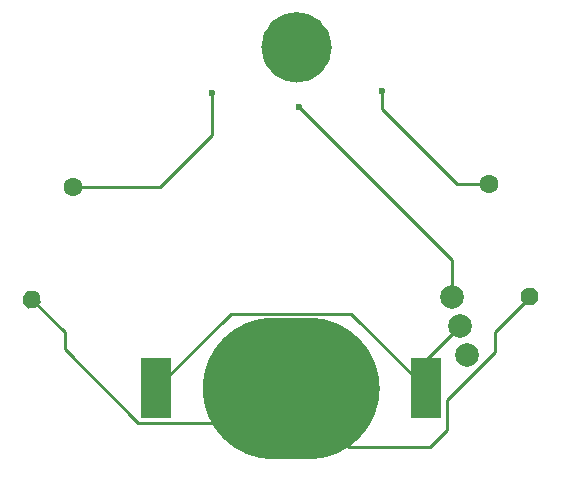
<source format=gbr>
%TF.GenerationSoftware,KiCad,Pcbnew,5.1.10*%
%TF.CreationDate,2021-09-11T14:13:10+02:00*%
%TF.ProjectId,seegeist,73656567-6569-4737-942e-6b696361645f,rev?*%
%TF.SameCoordinates,Original*%
%TF.FileFunction,Copper,L2,Bot*%
%TF.FilePolarity,Positive*%
%FSLAX46Y46*%
G04 Gerber Fmt 4.6, Leading zero omitted, Abs format (unit mm)*
G04 Created by KiCad (PCBNEW 5.1.10) date 2021-09-11 14:13:10*
%MOMM*%
%LPD*%
G01*
G04 APERTURE LIST*
%TA.AperFunction,EtchedComponent*%
%ADD10C,3.000000*%
%TD*%
%TA.AperFunction,SMDPad,CuDef*%
%ADD11R,2.500000X5.200000*%
%TD*%
%TA.AperFunction,ComponentPad*%
%ADD12C,1.600000*%
%TD*%
%TA.AperFunction,ComponentPad*%
%ADD13C,2.000000*%
%TD*%
%TA.AperFunction,ViaPad*%
%ADD14C,0.600000*%
%TD*%
%TA.AperFunction,Conductor*%
%ADD15C,0.250000*%
%TD*%
G04 APERTURE END LIST*
D10*
%TO.C,*%
X47118400Y-28368000D02*
G75*
G03*
X47118400Y-28368000I-1500000J0D01*
G01*
%TD*%
D11*
%TO.P,BT1,1*%
%TO.N,Net-(BT1-Pad1)*%
X56591200Y-57251600D03*
%TO.P,BT1,2*%
%TO.N,Net-(BT1-Pad2)*%
%TA.AperFunction,SMDPad,CuDef*%
G36*
G01*
X52661200Y-57251600D02*
X52661200Y-57251600D01*
G75*
G02*
X46661200Y-63251600I-6000000J0D01*
G01*
X43661200Y-63251600D01*
G75*
G02*
X37661200Y-57251600I0J6000000D01*
G01*
X37661200Y-57251600D01*
G75*
G02*
X43661200Y-51251600I6000000J0D01*
G01*
X46661200Y-51251600D01*
G75*
G02*
X52661200Y-57251600I0J-6000000D01*
G01*
G37*
%TD.AperFunction*%
%TO.P,BT1,3*%
%TO.N,Net-(BT1-Pad1)*%
X33731200Y-57251600D03*
%TD*%
D12*
%TO.P,R1,1*%
%TO.N,Net-(D1-Pad1)*%
X26670000Y-40182800D03*
%TO.P,R1,2*%
%TO.N,Net-(BT1-Pad2)*%
%TA.AperFunction,ComponentPad*%
G36*
G01*
X23468691Y-48978323D02*
X23468691Y-48978323D01*
G75*
G02*
X23946829Y-50003693I-273616J-751754D01*
G01*
X23946829Y-50003693D01*
G75*
G02*
X22921459Y-50481831I-751754J273616D01*
G01*
X22921459Y-50481831D01*
G75*
G02*
X22443321Y-49456461I273616J751754D01*
G01*
X22443321Y-49456461D01*
G75*
G02*
X23468691Y-48978323I751754J-273616D01*
G01*
G37*
%TD.AperFunction*%
%TD*%
%TO.P,R2,2*%
%TO.N,Net-(BT1-Pad2)*%
%TA.AperFunction,ComponentPad*%
G36*
G01*
X65075709Y-48724323D02*
X65075709Y-48724323D01*
G75*
G02*
X66101079Y-49202461I273616J-751754D01*
G01*
X66101079Y-49202461D01*
G75*
G02*
X65622941Y-50227831I-751754J-273616D01*
G01*
X65622941Y-50227831D01*
G75*
G02*
X64597571Y-49749693I-273616J751754D01*
G01*
X64597571Y-49749693D01*
G75*
G02*
X65075709Y-48724323I751754J273616D01*
G01*
G37*
%TD.AperFunction*%
%TO.P,R2,1*%
%TO.N,Net-(D2-Pad1)*%
X61874400Y-39928800D03*
%TD*%
D13*
%TO.P,SW1,3*%
%TO.N,Net-(SW1-Pad3)*%
X60090401Y-54436903D03*
%TO.P,SW1,2*%
%TO.N,Net-(BT1-Pad1)*%
X59433000Y-51983452D03*
%TO.P,SW1,1*%
%TO.N,Net-(D1-Pad2)*%
X58775600Y-49530000D03*
%TD*%
D14*
%TO.N,Net-(D1-Pad2)*%
X45821600Y-33426400D03*
%TO.N,Net-(D1-Pad1)*%
X38455600Y-32258000D03*
%TO.N,Net-(D2-Pad1)*%
X52882800Y-32054800D03*
%TD*%
D15*
%TO.N,Net-(BT1-Pad1)*%
X56591200Y-54825252D02*
X59433000Y-51983452D01*
X56591200Y-57251600D02*
X56591200Y-54825252D01*
X50266189Y-50926589D02*
X56591200Y-57251600D01*
X40056211Y-50926589D02*
X50266189Y-50926589D01*
X33731200Y-57251600D02*
X40056211Y-50926589D01*
%TO.N,Net-(BT1-Pad2)*%
X42236199Y-60176601D02*
X45161200Y-57251600D01*
X32221199Y-60176601D02*
X42236199Y-60176601D01*
X25973513Y-53928915D02*
X32221199Y-60176601D01*
X25973513Y-52508515D02*
X25973513Y-53928915D01*
X23195075Y-49730077D02*
X25973513Y-52508515D01*
X62383138Y-52442264D02*
X65349325Y-49476077D01*
X58369890Y-60736134D02*
X58369890Y-58199805D01*
X56931779Y-62174245D02*
X58369890Y-60736134D01*
X50083845Y-62174245D02*
X56931779Y-62174245D01*
X62383138Y-54186557D02*
X62383138Y-52442264D01*
X58369890Y-58199805D02*
X62383138Y-54186557D01*
X45161200Y-57251600D02*
X50083845Y-62174245D01*
%TO.N,Net-(D1-Pad2)*%
X58775600Y-46380400D02*
X58775600Y-49530000D01*
X45821600Y-33426400D02*
X58775600Y-46380400D01*
%TO.N,Net-(D1-Pad1)*%
X26670000Y-40182800D02*
X34036000Y-40182800D01*
X38455600Y-35763200D02*
X38455600Y-32258000D01*
X34036000Y-40182800D02*
X38455600Y-35763200D01*
%TO.N,Net-(D2-Pad1)*%
X61874400Y-39928800D02*
X59182000Y-39928800D01*
X52882800Y-33629600D02*
X52882800Y-32054800D01*
X59182000Y-39928800D02*
X52882800Y-33629600D01*
%TD*%
M02*

</source>
